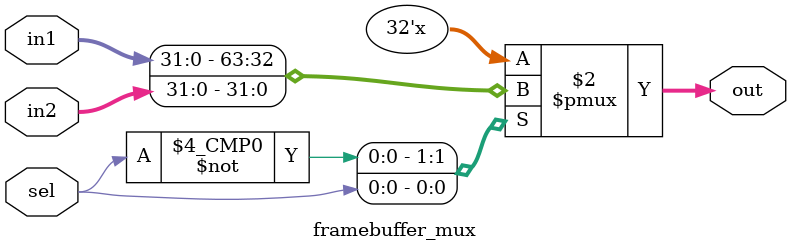
<source format=sv>
/**
* Framebuffer Address Mux
*
* This 2:1 mux chooses between the addresses for the two framebuffers
*/

module framebuffer_mux (
    input logic sel,
    input logic [31:0] in1, in2,
    output logic [31:0] out
);

    always_comb begin
        case(sel)
            1'b0 : out = in1;
            1'b1 : out = in2;
        endcase // sel
    end

endmodule // framebuffer_mux
</source>
